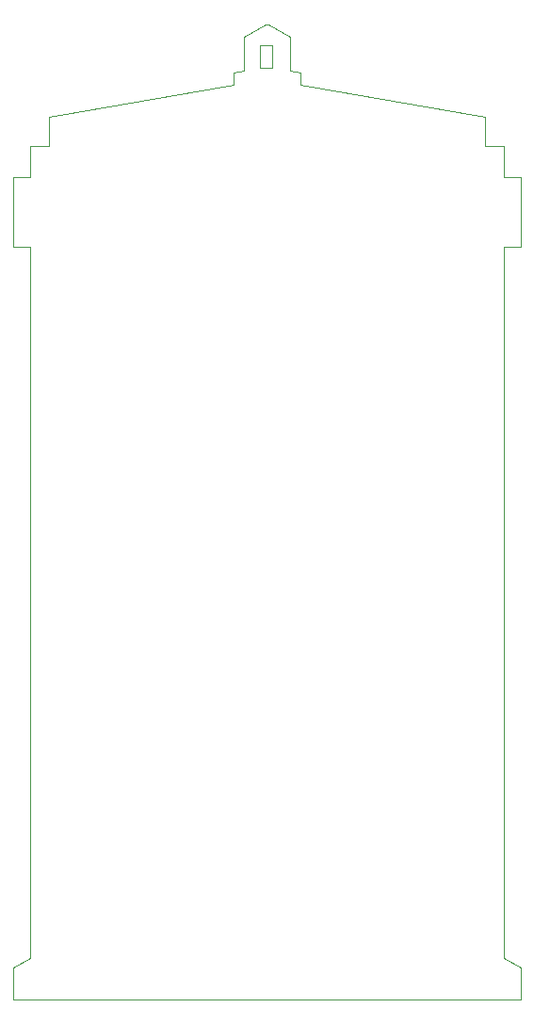
<source format=gm1>
G04 #@! TF.GenerationSoftware,KiCad,Pcbnew,(6.99.0-2501-g45393f228a)*
G04 #@! TF.CreationDate,2022-07-20T10:21:51-05:00*
G04 #@! TF.ProjectId,tardis,74617264-6973-42e6-9b69-6361645f7063,rev?*
G04 #@! TF.SameCoordinates,Original*
G04 #@! TF.FileFunction,Profile,NP*
%FSLAX46Y46*%
G04 Gerber Fmt 4.6, Leading zero omitted, Abs format (unit mm)*
G04 Created by KiCad (PCBNEW (6.99.0-2501-g45393f228a)) date 2022-07-20 10:21:51*
%MOMM*%
%LPD*%
G01*
G04 APERTURE LIST*
G04 #@! TA.AperFunction,Profile*
%ADD10C,0.100000*%
G04 #@! TD*
G04 APERTURE END LIST*
D10*
X144900000Y-65400000D02*
X142900000Y-66500000D01*
X147100000Y-66500000D02*
X145100000Y-65400000D01*
X122200000Y-79100000D02*
X122200000Y-85400000D01*
X123700000Y-149300000D02*
X122200000Y-150200000D01*
X144400000Y-67300000D02*
X145500000Y-67300000D01*
X125400000Y-73700000D02*
X125400000Y-76300000D01*
X148000000Y-69700000D02*
X147100000Y-69600000D01*
X122200000Y-85400000D02*
X123700000Y-85400000D01*
X167800000Y-79100000D02*
X166300000Y-79100000D01*
X142000000Y-70800000D02*
X125400000Y-73700000D01*
X142900000Y-69600000D02*
X142000000Y-69700000D01*
X164600000Y-76300000D02*
X164600000Y-73700000D01*
X142900000Y-66500000D02*
X142900000Y-69600000D01*
X148000000Y-70800000D02*
X148000000Y-69700000D01*
X145100000Y-65400000D02*
X144900000Y-65400000D01*
X167800000Y-85400000D02*
X167800000Y-79100000D01*
X166300000Y-79100000D02*
X166300000Y-76300000D01*
X122200000Y-150200000D02*
X122200000Y-153000000D01*
X144400000Y-69300000D02*
X144400000Y-67300000D01*
X123700000Y-79100000D02*
X122200000Y-79100000D01*
X147100000Y-69600000D02*
X147100000Y-66500000D01*
X166300000Y-85400000D02*
X167800000Y-85400000D01*
X123700000Y-76300000D02*
X123700000Y-79100000D01*
X148000000Y-70800000D02*
X164600000Y-73700000D01*
X123700000Y-85400000D02*
X123700000Y-149300000D01*
X145500000Y-69300000D02*
X144400000Y-69300000D01*
X125400000Y-76300000D02*
X123700000Y-76300000D01*
X142000000Y-69700000D02*
X142000000Y-70800000D01*
X145500000Y-67300000D02*
X145500000Y-69300000D01*
X166300000Y-76300000D02*
X164600000Y-76300000D01*
X167800000Y-150200000D02*
X166300000Y-149300000D01*
X167800000Y-153000000D02*
X167800000Y-150200000D01*
X166300000Y-149300000D02*
X166300000Y-85400000D01*
X122200000Y-153000000D02*
X167800000Y-153000000D01*
M02*

</source>
